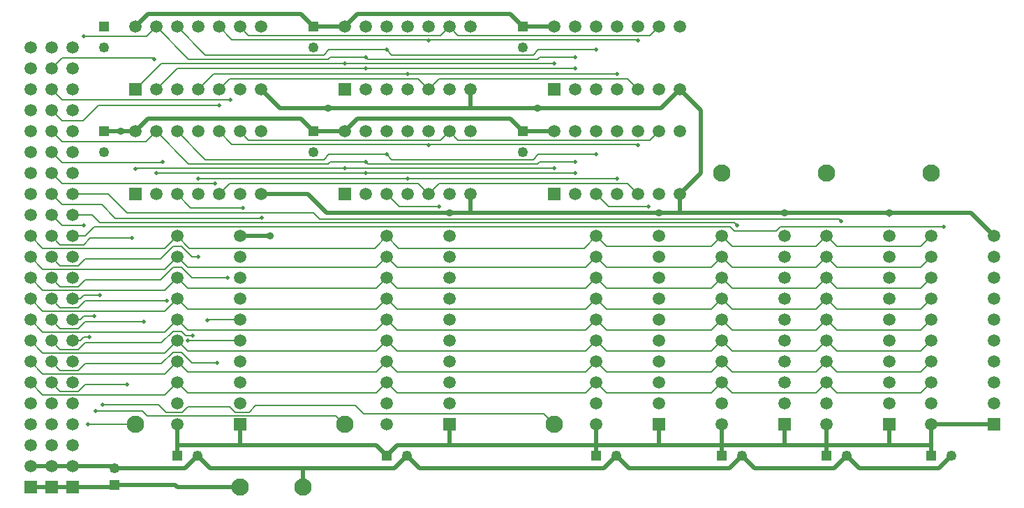
<source format=gtl>
G04*
G04 #@! TF.GenerationSoftware,Altium Limited,Altium Designer,21.9.1 (22)*
G04*
G04 Layer_Physical_Order=1*
G04 Layer_Color=255*
%FSLAX25Y25*%
%MOIN*%
G70*
G04*
G04 #@! TF.SameCoordinates,288AAC2C-A4EC-4D14-9053-E3652299DB52*
G04*
G04*
G04 #@! TF.FilePolarity,Positive*
G04*
G01*
G75*
%ADD26C,0.00800*%
%ADD27C,0.02000*%
%ADD28R,0.05906X0.05906*%
%ADD29C,0.05906*%
%ADD30C,0.05906*%
%ADD31C,0.08268*%
%ADD32R,0.04921X0.04921*%
%ADD33C,0.04921*%
%ADD34R,0.04921X0.04921*%
%ADD35R,0.05906X0.05906*%
%ADD36R,0.05906X0.05906*%
%ADD37C,0.02000*%
%ADD38C,0.03500*%
D26*
X446050Y246450D02*
X447500Y245000D01*
X143050Y246450D02*
X446050D01*
X468000Y244500D02*
X546000D01*
X140500D02*
X444000D01*
X466000Y242500D02*
X468000Y244500D01*
X446000Y242500D02*
X466000D01*
X444000Y244500D02*
X446000Y242500D01*
X495950Y248050D02*
X497000Y247000D01*
X247950Y248050D02*
X495950D01*
X245000Y251000D02*
X247950Y248050D01*
X156000Y251000D02*
X245000D01*
X139500Y250000D02*
X143050Y246450D01*
X147000Y260000D02*
X156000Y251000D01*
X130000Y260000D02*
X147000D01*
X150500Y248500D02*
X220500D01*
X144000Y255000D02*
X150500Y248500D01*
X220500D02*
Y248700D01*
X130000Y250000D02*
X139500D01*
X136000Y240000D02*
X140500Y244500D01*
X135300Y201600D02*
X140500D01*
X133700Y200000D02*
X135300Y201600D01*
X130000Y200000D02*
X133700D01*
X125000Y255000D02*
X144000D01*
X133700Y210000D02*
X135300Y211600D01*
X143000D01*
X130000Y210000D02*
X133700D01*
X130000Y190000D02*
X133700D01*
X135300Y191600D02*
X138000D01*
X133700Y190000D02*
X135300Y191600D01*
X132847Y215847D02*
X136000Y219000D01*
X172000D01*
X138500Y239000D02*
X158500D01*
X115847Y234153D02*
X174153D01*
X180000Y240000D01*
X110000D02*
X115847Y234153D01*
X132847Y225847D02*
X136000Y229000D01*
X172000D01*
X130000Y240000D02*
X136000D01*
X135347Y235847D02*
X138500Y239000D01*
X312383Y234247D02*
X374247D01*
X380000Y240000D01*
X280000D02*
X285753Y234247D01*
X307617D01*
X312383D01*
X212383D02*
X274247D01*
X207617D02*
X212383D01*
X274247D02*
X280000Y240000D01*
X180000D02*
X185753Y234247D01*
X207617D01*
X124153Y235847D02*
X135347D01*
X217500Y159000D02*
X265000D01*
X269000Y155000D01*
X355000D01*
X360000Y150000D01*
X214347Y155847D02*
X217500Y159000D01*
X185000Y158500D02*
X205000D01*
X207653Y155847D02*
X214347D01*
X205000Y158500D02*
X207653Y155847D01*
X182347Y155847D02*
X185000Y158500D01*
X255753Y154247D02*
X260000Y150000D01*
X144500Y159500D02*
X171000D01*
X174653Y155847D02*
X182347D01*
X171000Y159500D02*
X174653Y155847D01*
X163500Y156500D02*
X165753Y154247D01*
X255753D01*
X141000Y156500D02*
X163500D01*
X137500Y150000D02*
X160000D01*
X120000Y260000D02*
X125000Y255000D01*
X205000Y265000D02*
X295000D01*
X290000Y267500D02*
X390000D01*
X190000D02*
X290000D01*
X136000Y169000D02*
X156000D01*
X172500Y179000D02*
X178000Y184500D01*
X182000D01*
X136000Y179000D02*
X172500D01*
X182000Y184500D02*
X187000Y179500D01*
X199000D01*
X185000Y185000D02*
X275000D01*
X180000Y190000D02*
X185000Y185000D01*
X275000D02*
X280000Y190000D01*
X198000Y265000D02*
X198047D01*
X194247Y199747D02*
X194500Y200000D01*
X210000D01*
X200000Y260000D02*
X205000Y265000D01*
X295000D02*
X300000Y260000D01*
X125000Y265000D02*
X198000D01*
X120000Y270000D02*
X125000Y265000D01*
X170000Y270000D02*
X270000D01*
X160500Y272500D02*
X260000D01*
X360000D01*
X160000Y272000D02*
X160500Y272500D01*
X182000Y194500D02*
X184000Y192500D01*
X178000Y194500D02*
X182000D01*
X184000Y192500D02*
X187500D01*
X172500Y189000D02*
X178000Y194500D01*
X136000Y189000D02*
X172500D01*
X125000Y305000D02*
X205500D01*
X142500Y302500D02*
X200000D01*
X205500Y305000D02*
X206000D01*
X135000Y295000D02*
X142500Y302500D01*
X115847Y174153D02*
X174153D01*
X180000Y180000D01*
X110000D02*
X115847Y174153D01*
X165500Y335500D02*
X170000Y340000D01*
X135500Y335500D02*
X165500D01*
X125000Y245000D02*
X135500D01*
X120000Y250000D02*
X125000Y245000D01*
X172500Y275000D02*
X173000Y275500D01*
X125000Y275000D02*
X172500D01*
X120000Y280000D02*
X125000Y275000D01*
X165000Y285000D02*
X170000Y290000D01*
X125000Y285000D02*
X165000D01*
X120000Y290000D02*
X125000Y285000D01*
Y295000D02*
X135000D01*
X120000Y300000D02*
X125000Y295000D01*
X120000Y310000D02*
X125000Y305000D01*
X168500Y325000D02*
X169000Y324500D01*
X125000Y325000D02*
X168500D01*
X120000Y320000D02*
X125000Y325000D01*
X185122Y190000D02*
X210000D01*
X180000Y260000D02*
X186500Y253500D01*
X211500D01*
X180000Y200000D02*
X185000Y195000D01*
X275000D02*
X280000Y200000D01*
X185000Y195000D02*
X275000D01*
X174153Y184153D02*
X180000Y190000D01*
X115847Y184153D02*
X174153D01*
X115847Y164153D02*
X174153D01*
X193503Y276497D02*
X249908D01*
X185500Y274500D02*
X252000D01*
X270000Y270000D02*
X370000D01*
X352411Y329000D02*
X380000D01*
X170000Y340000D02*
X185500Y324500D01*
X249908Y326497D02*
X252411Y329000D01*
X193503Y326497D02*
X249908D01*
X180000Y340000D02*
X193503Y326497D01*
X252000Y324500D02*
X253000Y325500D01*
X185500Y324500D02*
X252000D01*
X253000Y325500D02*
X270000D01*
X252411Y329000D02*
X280000D01*
X353000Y325500D02*
X370000D01*
X271000Y324500D02*
X352000D01*
X353000Y325500D01*
X282503Y326497D02*
X349908D01*
X352411Y329000D01*
X280000D02*
X282503Y326497D01*
X270000Y325500D02*
X271000Y324500D01*
X270000Y275500D02*
X271000Y274500D01*
X280000Y279000D02*
X282503Y276497D01*
X349908D02*
X352411Y279000D01*
X282503Y276497D02*
X349908D01*
X352000Y274500D02*
X353000Y275500D01*
X271000Y274500D02*
X352000D01*
X353000Y275500D02*
X370000D01*
X352411Y279000D02*
X380000D01*
X252411D02*
X280000D01*
X253000Y275500D02*
X270000D01*
X214153Y285847D02*
X305847D01*
X206182Y283818D02*
X299682D01*
X252000Y274500D02*
X253000Y275500D01*
X180000Y290000D02*
X193503Y276497D01*
X249908D02*
X252411Y279000D01*
X170000Y290000D02*
X185500Y274500D01*
X124153Y165847D02*
X132847D01*
X305847Y335847D02*
X310000Y340000D01*
X314153Y335847D02*
X405847D01*
X310000Y340000D02*
X314153Y335847D01*
X405847D02*
X410000Y340000D01*
X214153Y335847D02*
X305847D01*
X210000Y340000D02*
X214153Y335847D01*
X206182Y333818D02*
X299682D01*
X200000Y340000D02*
X206182Y333818D01*
X299682D02*
X300000Y333500D01*
X399682Y333818D02*
X400000Y333500D01*
X300000D02*
X300318Y333818D01*
X399682D01*
X300318Y283818D02*
X399682D01*
X300000Y283500D02*
X300318Y283818D01*
X399682D02*
X400000Y283500D01*
X299682Y283818D02*
X300000Y283500D01*
X200000Y290000D02*
X206182Y283818D01*
X210000Y290000D02*
X214153Y285847D01*
X405847D02*
X410000Y290000D01*
X310000D02*
X314153Y285847D01*
X405847D01*
X305847D02*
X310000Y290000D01*
X395000Y315000D02*
X400000Y310000D01*
X300000D02*
X305000Y315000D01*
X395000D01*
X160000Y310000D02*
X172500Y322500D01*
X200000Y310000D02*
X205000Y315000D01*
X295000D01*
X300000Y310000D01*
X290000Y317500D02*
X390000D01*
X197500D02*
X290000D01*
X190000Y310000D02*
X197500Y317500D01*
X170000Y310000D02*
X180000Y320000D01*
X270000D02*
X370000D01*
X180000D02*
X270000D01*
X172500Y322500D02*
X260000D01*
X360000D01*
X305000Y265000D02*
X395000D01*
X300000Y260000D02*
X305000Y265000D01*
X136000Y199000D02*
X164000D01*
X136000Y209000D02*
X175000D01*
X187000Y220000D02*
X204000D01*
X124153Y215847D02*
X132847D01*
X120000Y220000D02*
X124153Y215847D01*
X172000Y219000D02*
X178000Y225000D01*
X182000D01*
X187000Y220000D01*
Y230000D02*
X190000D01*
X182000Y235000D02*
X187000Y230000D01*
X178000Y235000D02*
X182000D01*
X172000Y229000D02*
X178000Y235000D01*
X110000Y170000D02*
X115847Y164153D01*
X120000Y170000D02*
X124153Y165847D01*
X132847D02*
X136000Y169000D01*
X120000Y180000D02*
X124153Y175847D01*
X132847D01*
X136000Y179000D01*
X110000Y190000D02*
X115847Y184153D01*
X120000Y190000D02*
X124153Y185847D01*
X132847D01*
X136000Y189000D01*
X110000Y200000D02*
X115847Y194153D01*
X174153D01*
X120000Y200000D02*
X124153Y195847D01*
X132847D01*
X136000Y199000D01*
X110000Y210000D02*
X115847Y204153D01*
X174153D01*
X120000Y210000D02*
X124153Y205847D01*
X132847D01*
X136000Y209000D01*
X110000Y220000D02*
X115847Y214153D01*
X174153D01*
X110000Y230000D02*
X115847Y224153D01*
X174153D01*
X120000Y230000D02*
X124153Y225847D01*
X132847D01*
X120000Y240000D02*
X124153Y235847D01*
X286000Y254000D02*
X305000D01*
X280000Y260000D02*
X286000Y254000D01*
X395000Y265000D02*
X400000Y260000D01*
X385000Y185000D02*
X435000D01*
X380000Y260000D02*
X386000Y254000D01*
X405000D01*
X174153Y164153D02*
X180000Y170000D01*
X174153Y194153D02*
X180000Y200000D01*
X174153Y204153D02*
X180000Y210000D01*
X174153Y214153D02*
X180000Y220000D01*
X174153Y224153D02*
X180000Y230000D01*
Y180000D02*
X185000Y175000D01*
X275000D01*
X280000Y180000D01*
X375000Y175000D02*
X380000Y180000D01*
X285000Y175000D02*
X375000D01*
X280000Y180000D02*
X285000Y175000D01*
X380000Y180000D02*
X385000Y175000D01*
X435000D01*
X440000Y180000D01*
X485000Y175000D02*
X490000Y180000D01*
X445000Y175000D02*
X485000D01*
X440000Y180000D02*
X445000Y175000D01*
X490000Y180000D02*
X495000Y175000D01*
X535000D01*
X540000Y180000D01*
X535000Y165000D02*
X540000Y170000D01*
X495000Y165000D02*
X535000D01*
X490000Y170000D02*
X495000Y165000D01*
X440000Y170000D02*
X445000Y165000D01*
X485000D01*
X490000Y170000D01*
X435000Y165000D02*
X440000Y170000D01*
X385000Y165000D02*
X435000D01*
X380000Y170000D02*
X385000Y165000D01*
X280000Y170000D02*
X285000Y165000D01*
X375000D01*
X380000Y170000D01*
X275000Y165000D02*
X280000Y170000D01*
X185000Y165000D02*
X275000D01*
X180000Y170000D02*
X185000Y165000D01*
X375000Y195000D02*
X380000Y200000D01*
X285000Y195000D02*
X375000D01*
X280000Y200000D02*
X285000Y195000D01*
X380000Y200000D02*
X385000Y195000D01*
X435000D01*
X440000Y200000D01*
X485000Y195000D02*
X490000Y200000D01*
X445000Y195000D02*
X485000D01*
X440000Y200000D02*
X445000Y195000D01*
X490000Y200000D02*
X495000Y195000D01*
X535000D01*
X540000Y200000D01*
X535000Y185000D02*
X540000Y190000D01*
X495000Y185000D02*
X535000D01*
X490000Y190000D02*
X495000Y185000D01*
X440000Y190000D02*
X445000Y185000D01*
X485000D01*
X490000Y190000D01*
X435000Y185000D02*
X440000Y190000D01*
X380000D02*
X385000Y185000D01*
X280000Y190000D02*
X285000Y185000D01*
X375000D01*
X380000Y190000D01*
X180000Y220000D02*
X185000Y215000D01*
X275000D01*
X280000Y220000D01*
X375000Y215000D02*
X380000Y220000D01*
X285000Y215000D02*
X375000D01*
X280000Y220000D02*
X285000Y215000D01*
X380000Y220000D02*
X385000Y215000D01*
X435000D01*
X440000Y220000D01*
X485000Y215000D02*
X490000Y220000D01*
X445000Y215000D02*
X485000D01*
X440000Y220000D02*
X445000Y215000D01*
X490000Y220000D02*
X495000Y215000D01*
X535000D01*
X540000Y220000D01*
X535000Y205000D02*
X540000Y210000D01*
X495000Y205000D02*
X535000D01*
X490000Y210000D02*
X495000Y205000D01*
X440000Y210000D02*
X445000Y205000D01*
X485000D01*
X490000Y210000D01*
X435000Y205000D02*
X440000Y210000D01*
X385000Y205000D02*
X435000D01*
X380000Y210000D02*
X385000Y205000D01*
X280000Y210000D02*
X285000Y205000D01*
X375000D01*
X380000Y210000D01*
X275000Y205000D02*
X280000Y210000D01*
X185000Y205000D02*
X275000D01*
X180000Y210000D02*
X185000Y205000D01*
X180000Y230000D02*
X185000Y225000D01*
X275000D01*
X280000Y230000D01*
X375000Y225000D02*
X380000Y230000D01*
X285000Y225000D02*
X375000D01*
X280000Y230000D02*
X285000Y225000D01*
X380000Y230000D02*
X385000Y225000D01*
X435000D01*
X440000Y230000D01*
X485000Y225000D02*
X490000Y230000D01*
X445000Y225000D02*
X485000D01*
X440000Y230000D02*
X445000Y225000D01*
X490000Y230000D02*
X495000Y225000D01*
X535000D01*
X540000Y230000D01*
X535000Y235000D02*
X540000Y240000D01*
X495000Y235000D02*
X535000D01*
X490000Y240000D02*
X495000Y235000D01*
X440000Y240000D02*
X445000Y235000D01*
X485000D01*
X490000Y240000D01*
X435000Y235000D02*
X440000Y240000D01*
X385000Y235000D02*
X435000D01*
X380000Y240000D02*
X385000Y235000D01*
D27*
X180000Y120000D02*
X210000D01*
X240000D02*
Y129000D01*
X320000Y251000D02*
Y260000D01*
X242500D02*
X251500Y251000D01*
X320000D01*
X420000D02*
X470000D01*
X320000D02*
X420000D01*
X520000Y250000D02*
Y251000D01*
X420000D02*
Y260000D01*
X559000Y251000D02*
X570000Y240000D01*
X520000Y251000D02*
X559000D01*
X470000D02*
X520000D01*
X210000Y240000D02*
X224500D01*
X220000Y260000D02*
X242500D01*
X145000Y290000D02*
X160000D01*
X239000Y296000D02*
X245000Y290000D01*
X166000Y296000D02*
X239000D01*
X160000Y290000D02*
X166000Y296000D01*
X220000Y129000D02*
X283842D01*
X195843D02*
X220000D01*
X178937Y121063D02*
X180000Y120000D01*
X150000Y121063D02*
X178937D01*
X310000Y140000D02*
X380000D01*
X420000Y260000D02*
X430000Y270000D01*
Y300000D01*
X420000Y310000D02*
X430000Y300000D01*
X411000Y301000D02*
X420000Y310000D01*
X352000Y301000D02*
X411000D01*
X229000D02*
X252000D01*
X220000Y310000D02*
X229000Y301000D01*
X320000D02*
X352000D01*
X252000D02*
X320000D01*
Y310000D01*
X260000Y290000D02*
X266000Y296000D01*
X339000D01*
X345000Y290000D01*
X245000D02*
X260000D01*
X345000D02*
X360000D01*
X266000Y346000D02*
X339000D01*
X345000Y340000D01*
X260000D02*
X266000Y346000D01*
X166000Y346000D02*
X239000D01*
X245000Y340000D01*
X345000D02*
X360000D01*
X245000D02*
X260000D01*
X160000D02*
X166000Y346000D01*
X180000Y140000D02*
Y150000D01*
X210000Y140000D02*
X275000D01*
X180000D02*
X210000D01*
Y150000D01*
X180000Y140000D02*
X180000Y140000D01*
X180000Y135000D02*
Y140000D01*
X540000Y140000D02*
Y150000D01*
Y135000D02*
Y140000D01*
X520000D02*
X540000D01*
X490000D02*
X520000D01*
Y150000D01*
X490000Y140000D02*
Y150000D01*
Y140000D02*
Y140000D01*
Y135000D02*
Y140000D01*
X470000Y140000D02*
X490000D01*
X490000Y140000D01*
X440000Y140000D02*
X470000D01*
Y150000D01*
X440000Y140000D02*
Y150000D01*
Y135000D02*
Y140000D01*
X440000Y140000D01*
X410000D02*
X440000D01*
X440000Y140000D01*
X380000Y140000D02*
Y150000D01*
Y140000D02*
Y140000D01*
Y137500D02*
Y140000D01*
X380000Y140000D02*
X410000D01*
X380000Y140000D02*
X380000Y140000D01*
X410000D02*
Y150000D01*
X285000Y140000D02*
X310000D01*
Y150000D01*
X540000D02*
X570000D01*
X280000Y135000D02*
X285000Y140000D01*
X275000D02*
X280000Y135000D01*
X130000Y120000D02*
X148937D01*
X120000D02*
X130000D01*
X110000D02*
X120000D01*
X148937D02*
X150000Y121063D01*
X499843Y135000D02*
X505842Y129000D01*
X543843D02*
X549843Y135000D01*
X505842Y129000D02*
X543843D01*
X455842D02*
X493843D01*
X499843Y135000D01*
X449843D02*
X455842Y129000D01*
X395843D02*
X443843D01*
X449843Y135000D01*
X389843D02*
X395843Y129000D01*
X289843Y135000D02*
X295843Y129000D01*
X383842D01*
X389843Y135000D01*
X283842Y129000D02*
X289843Y135000D01*
X189842D02*
X195843Y129000D01*
X183780Y128937D02*
X189842Y135000D01*
X150000Y128937D02*
X183780D01*
X130000Y130000D02*
X148937D01*
X120000D02*
X130000D01*
X110000D02*
X120000D01*
X148937D02*
X150000Y128937D01*
D28*
X470000Y150000D02*
D03*
X210000D02*
D03*
X570000D02*
D03*
X520000D02*
D03*
X410000D02*
D03*
X310000D02*
D03*
D29*
X470000Y160000D02*
D03*
Y170000D02*
D03*
Y180000D02*
D03*
Y190000D02*
D03*
Y200000D02*
D03*
Y210000D02*
D03*
Y220000D02*
D03*
Y230000D02*
D03*
Y240000D02*
D03*
X440000Y150000D02*
D03*
Y170000D02*
D03*
Y180000D02*
D03*
Y190000D02*
D03*
Y200000D02*
D03*
Y210000D02*
D03*
Y220000D02*
D03*
Y230000D02*
D03*
Y240000D02*
D03*
X210000Y160000D02*
D03*
Y170000D02*
D03*
Y180000D02*
D03*
Y190000D02*
D03*
Y200000D02*
D03*
Y210000D02*
D03*
Y220000D02*
D03*
Y230000D02*
D03*
Y240000D02*
D03*
X180000Y150000D02*
D03*
Y170000D02*
D03*
Y180000D02*
D03*
Y190000D02*
D03*
Y200000D02*
D03*
Y210000D02*
D03*
Y220000D02*
D03*
Y230000D02*
D03*
Y240000D02*
D03*
X540000D02*
D03*
Y230000D02*
D03*
Y220000D02*
D03*
Y210000D02*
D03*
Y200000D02*
D03*
Y190000D02*
D03*
Y180000D02*
D03*
Y170000D02*
D03*
Y150000D02*
D03*
X570000Y240000D02*
D03*
Y230000D02*
D03*
Y220000D02*
D03*
Y210000D02*
D03*
Y200000D02*
D03*
Y190000D02*
D03*
Y180000D02*
D03*
Y170000D02*
D03*
Y160000D02*
D03*
X490000Y240000D02*
D03*
Y230000D02*
D03*
Y220000D02*
D03*
Y210000D02*
D03*
Y200000D02*
D03*
Y190000D02*
D03*
Y180000D02*
D03*
Y170000D02*
D03*
Y150000D02*
D03*
X520000Y240000D02*
D03*
Y230000D02*
D03*
Y220000D02*
D03*
Y210000D02*
D03*
Y200000D02*
D03*
Y190000D02*
D03*
Y180000D02*
D03*
Y170000D02*
D03*
Y160000D02*
D03*
X370000Y260000D02*
D03*
X380000D02*
D03*
X390000D02*
D03*
X400000D02*
D03*
X410000D02*
D03*
X420000D02*
D03*
X360000Y290000D02*
D03*
X370000D02*
D03*
X380000D02*
D03*
X390000D02*
D03*
X400000D02*
D03*
X410000D02*
D03*
X420000D02*
D03*
X380000Y240000D02*
D03*
Y230000D02*
D03*
Y220000D02*
D03*
Y210000D02*
D03*
Y200000D02*
D03*
Y190000D02*
D03*
Y180000D02*
D03*
Y170000D02*
D03*
Y150000D02*
D03*
X410000Y240000D02*
D03*
Y230000D02*
D03*
Y220000D02*
D03*
Y210000D02*
D03*
Y200000D02*
D03*
Y190000D02*
D03*
Y180000D02*
D03*
Y170000D02*
D03*
Y160000D02*
D03*
X370000Y310000D02*
D03*
X380000D02*
D03*
X390000D02*
D03*
X400000D02*
D03*
X410000D02*
D03*
X420000D02*
D03*
X360000Y340000D02*
D03*
X370000D02*
D03*
X380000D02*
D03*
X390000D02*
D03*
X400000D02*
D03*
X410000D02*
D03*
X420000D02*
D03*
X270000Y260000D02*
D03*
X280000D02*
D03*
X290000D02*
D03*
X300000D02*
D03*
X310000D02*
D03*
X320000D02*
D03*
X260000Y290000D02*
D03*
X270000D02*
D03*
X280000D02*
D03*
X290000D02*
D03*
X300000D02*
D03*
X310000D02*
D03*
X320000D02*
D03*
X280000Y240000D02*
D03*
Y230000D02*
D03*
Y220000D02*
D03*
Y210000D02*
D03*
Y200000D02*
D03*
Y190000D02*
D03*
Y180000D02*
D03*
Y170000D02*
D03*
Y150000D02*
D03*
X310000Y240000D02*
D03*
Y230000D02*
D03*
Y220000D02*
D03*
Y210000D02*
D03*
Y200000D02*
D03*
Y190000D02*
D03*
Y180000D02*
D03*
Y170000D02*
D03*
Y160000D02*
D03*
X270000Y310000D02*
D03*
X280000D02*
D03*
X290000D02*
D03*
X300000D02*
D03*
X310000D02*
D03*
X320000D02*
D03*
X260000Y340000D02*
D03*
X270000D02*
D03*
X280000D02*
D03*
X290000D02*
D03*
X300000D02*
D03*
X310000D02*
D03*
X320000D02*
D03*
X170000Y260000D02*
D03*
X180000D02*
D03*
X190000D02*
D03*
X200000D02*
D03*
X210000D02*
D03*
X220000D02*
D03*
X160000Y290000D02*
D03*
X170000D02*
D03*
X180000D02*
D03*
X190000D02*
D03*
X200000D02*
D03*
X210000D02*
D03*
X220000D02*
D03*
X170000Y310000D02*
D03*
X180000D02*
D03*
X190000D02*
D03*
X200000D02*
D03*
X210000D02*
D03*
X220000D02*
D03*
X160000Y340000D02*
D03*
X170000D02*
D03*
X180000D02*
D03*
X190000D02*
D03*
X200000D02*
D03*
X210000D02*
D03*
X220000D02*
D03*
D30*
X440000Y160000D02*
D03*
X120000Y130000D02*
D03*
Y140000D02*
D03*
Y150000D02*
D03*
Y160000D02*
D03*
Y170000D02*
D03*
Y180000D02*
D03*
Y190000D02*
D03*
Y200000D02*
D03*
Y210000D02*
D03*
Y220000D02*
D03*
Y230000D02*
D03*
Y240000D02*
D03*
Y250000D02*
D03*
Y260000D02*
D03*
Y270000D02*
D03*
Y280000D02*
D03*
Y290000D02*
D03*
Y300000D02*
D03*
Y310000D02*
D03*
Y320000D02*
D03*
Y330000D02*
D03*
X130000Y130000D02*
D03*
Y140000D02*
D03*
Y150000D02*
D03*
Y160000D02*
D03*
Y170000D02*
D03*
Y180000D02*
D03*
Y190000D02*
D03*
Y200000D02*
D03*
Y210000D02*
D03*
Y220000D02*
D03*
Y230000D02*
D03*
Y240000D02*
D03*
Y250000D02*
D03*
Y260000D02*
D03*
Y270000D02*
D03*
Y280000D02*
D03*
Y290000D02*
D03*
Y300000D02*
D03*
Y310000D02*
D03*
Y320000D02*
D03*
Y330000D02*
D03*
X180000Y160000D02*
D03*
X540000D02*
D03*
X490000D02*
D03*
X380000D02*
D03*
X280000D02*
D03*
X110000Y330000D02*
D03*
Y320000D02*
D03*
Y310000D02*
D03*
Y300000D02*
D03*
Y290000D02*
D03*
Y280000D02*
D03*
Y270000D02*
D03*
Y260000D02*
D03*
Y250000D02*
D03*
Y240000D02*
D03*
Y230000D02*
D03*
Y220000D02*
D03*
Y210000D02*
D03*
Y200000D02*
D03*
Y190000D02*
D03*
Y180000D02*
D03*
Y170000D02*
D03*
Y160000D02*
D03*
Y150000D02*
D03*
Y140000D02*
D03*
Y130000D02*
D03*
D31*
X490000Y270000D02*
D03*
X440000D02*
D03*
X540000D02*
D03*
X360000Y150000D02*
D03*
X260000D02*
D03*
X160000D02*
D03*
X210000Y120000D02*
D03*
X240000D02*
D03*
D32*
X150000Y121063D02*
D03*
X345000Y290000D02*
D03*
Y340000D02*
D03*
X245000D02*
D03*
Y290000D02*
D03*
X145000D02*
D03*
Y340000D02*
D03*
D33*
X150000Y128937D02*
D03*
X345000Y280157D02*
D03*
Y330157D02*
D03*
X245000D02*
D03*
Y280157D02*
D03*
X145000D02*
D03*
Y330157D02*
D03*
X189842Y135000D02*
D03*
X289843D02*
D03*
X389843D02*
D03*
X449843D02*
D03*
X499843D02*
D03*
X549843D02*
D03*
D34*
X180000D02*
D03*
X280000D02*
D03*
X380000D02*
D03*
X440000D02*
D03*
X490000D02*
D03*
X540000D02*
D03*
D35*
X120000Y120000D02*
D03*
X130000D02*
D03*
X110000D02*
D03*
D36*
X360000Y260000D02*
D03*
Y310000D02*
D03*
X260000Y260000D02*
D03*
Y310000D02*
D03*
X160000Y260000D02*
D03*
Y310000D02*
D03*
D37*
X447500Y245000D02*
D03*
X497000Y247000D02*
D03*
X220500Y248700D02*
D03*
X546000Y244500D02*
D03*
X140500Y201600D02*
D03*
X143000Y211600D02*
D03*
X138000Y191600D02*
D03*
X305000Y254000D02*
D03*
X405000D02*
D03*
X158500Y239000D02*
D03*
X144500Y159500D02*
D03*
X141000Y156500D02*
D03*
X137500Y150000D02*
D03*
X400000Y333500D02*
D03*
X300000D02*
D03*
X156000Y169000D02*
D03*
X199000Y179500D02*
D03*
X198047Y265000D02*
D03*
X194247Y199747D02*
D03*
X190000Y267500D02*
D03*
X170000Y270000D02*
D03*
X160000Y272000D02*
D03*
X187500Y192500D02*
D03*
X185122Y190000D02*
D03*
X135500Y335500D02*
D03*
Y245000D02*
D03*
X173000Y275500D02*
D03*
X200000Y302500D02*
D03*
X205500Y305000D02*
D03*
X169000Y324500D02*
D03*
X211500Y253500D02*
D03*
X390000Y317500D02*
D03*
X380000Y329000D02*
D03*
X290000Y317500D02*
D03*
X280000Y329000D02*
D03*
X270000Y325500D02*
D03*
X370000D02*
D03*
Y275500D02*
D03*
X380000Y279000D02*
D03*
X280000D02*
D03*
X270000Y275500D02*
D03*
X260000Y272500D02*
D03*
Y322500D02*
D03*
X400000Y283500D02*
D03*
X300000D02*
D03*
X370000Y320000D02*
D03*
X360000Y322500D02*
D03*
X270000Y320000D02*
D03*
X360000Y272500D02*
D03*
X270000Y270000D02*
D03*
X370000D02*
D03*
X390000Y267500D02*
D03*
X290000D02*
D03*
X164000Y199000D02*
D03*
X175000Y209000D02*
D03*
X204000Y220000D02*
D03*
X190000Y230000D02*
D03*
D38*
X310000Y251000D02*
D03*
X410000D02*
D03*
X520000D02*
D03*
X470000D02*
D03*
X224500Y240000D02*
D03*
X152897Y290000D02*
D03*
X352000Y301000D02*
D03*
X252000D02*
D03*
M02*

</source>
